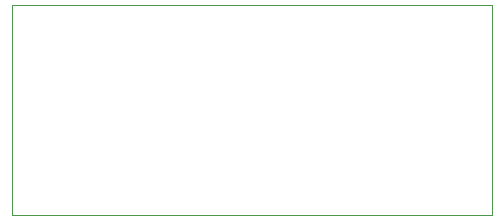
<source format=gko>
G04*
G04 #@! TF.GenerationSoftware,Altium Limited,Altium Designer,23.5.1 (21)*
G04*
G04 Layer_Color=16711935*
%FSLAX25Y25*%
%MOIN*%
G70*
G04*
G04 #@! TF.SameCoordinates,D9CCEF5A-5521-415F-BE8B-602E9C6E1BA1*
G04*
G04*
G04 #@! TF.FilePolarity,Positive*
G04*
G01*
G75*
%ADD49C,0.00200*%
D49*
X0Y0D02*
X160000D01*
Y70000D01*
X0D02*
X160000D01*
X0Y0D02*
Y70000D01*
M02*

</source>
